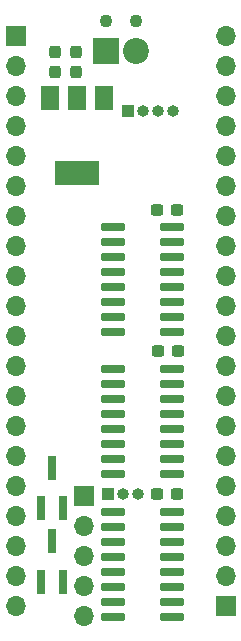
<source format=gbr>
%TF.GenerationSoftware,KiCad,Pcbnew,(6.0.0)*%
%TF.CreationDate,2023-01-28T16:33:02+01:00*%
%TF.ProjectId,MH106Enhanced,4d483130-3645-46e6-9861-6e6365642e6b,1*%
%TF.SameCoordinates,PX5255c88PY54c81a0*%
%TF.FileFunction,Soldermask,Bot*%
%TF.FilePolarity,Negative*%
%FSLAX46Y46*%
G04 Gerber Fmt 4.6, Leading zero omitted, Abs format (unit mm)*
G04 Created by KiCad (PCBNEW (6.0.0)) date 2023-01-28 16:33:02*
%MOMM*%
%LPD*%
G01*
G04 APERTURE LIST*
G04 Aperture macros list*
%AMRoundRect*
0 Rectangle with rounded corners*
0 $1 Rounding radius*
0 $2 $3 $4 $5 $6 $7 $8 $9 X,Y pos of 4 corners*
0 Add a 4 corners polygon primitive as box body*
4,1,4,$2,$3,$4,$5,$6,$7,$8,$9,$2,$3,0*
0 Add four circle primitives for the rounded corners*
1,1,$1+$1,$2,$3*
1,1,$1+$1,$4,$5*
1,1,$1+$1,$6,$7*
1,1,$1+$1,$8,$9*
0 Add four rect primitives between the rounded corners*
20,1,$1+$1,$2,$3,$4,$5,0*
20,1,$1+$1,$4,$5,$6,$7,0*
20,1,$1+$1,$6,$7,$8,$9,0*
20,1,$1+$1,$8,$9,$2,$3,0*%
G04 Aperture macros list end*
%ADD10R,1.700000X1.700000*%
%ADD11O,1.700000X1.700000*%
%ADD12C,1.100000*%
%ADD13C,2.200000*%
%ADD14R,2.200000X2.200000*%
%ADD15R,1.000000X1.000000*%
%ADD16O,1.000000X1.000000*%
%ADD17RoundRect,0.237500X0.300000X0.237500X-0.300000X0.237500X-0.300000X-0.237500X0.300000X-0.237500X0*%
%ADD18RoundRect,0.237500X0.237500X-0.300000X0.237500X0.300000X-0.237500X0.300000X-0.237500X-0.300000X0*%
%ADD19RoundRect,0.042000X0.943000X0.258000X-0.943000X0.258000X-0.943000X-0.258000X0.943000X-0.258000X0*%
%ADD20R,0.650000X2.000000*%
%ADD21R,1.500000X2.000000*%
%ADD22R,3.800000X2.000000*%
G04 APERTURE END LIST*
D10*
%TO.C,J6*%
X8305800Y11912600D03*
D11*
X8305800Y9372600D03*
X8305800Y6832600D03*
X8305800Y4292600D03*
X8305800Y1752600D03*
%TD*%
D12*
%TO.C,J3*%
X12725400Y52070000D03*
X10185400Y52070000D03*
D13*
X12725400Y49530000D03*
D14*
X10185400Y49530000D03*
%TD*%
D15*
%TO.C,J5*%
X10390400Y12065000D03*
D16*
X11660400Y12065000D03*
X12930400Y12065000D03*
%TD*%
D15*
%TO.C,J4*%
X12090400Y44450000D03*
D16*
X13360400Y44450000D03*
X14630400Y44450000D03*
X15900400Y44450000D03*
%TD*%
D17*
%TO.C,C9*%
X16254900Y12065000D03*
X14529900Y12065000D03*
%TD*%
D18*
%TO.C,C6*%
X5867400Y47778500D03*
X5867400Y49503500D03*
%TD*%
D19*
%TO.C,U4*%
X15784400Y34671000D03*
X15784400Y33401000D03*
X15784400Y32131000D03*
X15784400Y30861000D03*
X15784400Y29591000D03*
X15784400Y28321000D03*
X15784400Y27051000D03*
X15784400Y25781000D03*
X10834400Y25781000D03*
X10834400Y27051000D03*
X10834400Y28321000D03*
X10834400Y29591000D03*
X10834400Y30861000D03*
X10834400Y32131000D03*
X10834400Y33401000D03*
X10834400Y34671000D03*
%TD*%
D17*
%TO.C,C10*%
X16331100Y24130000D03*
X14606100Y24130000D03*
%TD*%
D10*
%TO.C,J2*%
X20345400Y2540000D03*
D11*
X20345400Y5080000D03*
X20345400Y7620000D03*
X20345400Y10160000D03*
X20345400Y12700000D03*
X20345400Y15240000D03*
X20345400Y17780000D03*
X20345400Y20320000D03*
X20345400Y22860000D03*
X20345400Y25400000D03*
X20345400Y27940000D03*
X20345400Y30480000D03*
X20345400Y33020000D03*
X20345400Y35560000D03*
X20345400Y38100000D03*
X20345400Y40640000D03*
X20345400Y43180000D03*
X20345400Y45720000D03*
X20345400Y48260000D03*
X20345400Y50800000D03*
%TD*%
D10*
%TO.C,J1*%
X2565400Y50800000D03*
D11*
X2565400Y48260000D03*
X2565400Y45720000D03*
X2565400Y43180000D03*
X2565400Y40640000D03*
X2565400Y38100000D03*
X2565400Y35560000D03*
X2565400Y33020000D03*
X2565400Y30480000D03*
X2565400Y27940000D03*
X2565400Y25400000D03*
X2565400Y22860000D03*
X2565400Y20320000D03*
X2565400Y17780000D03*
X2565400Y15240000D03*
X2565400Y12700000D03*
X2565400Y10160000D03*
X2565400Y7620000D03*
X2565400Y5080000D03*
X2565400Y2540000D03*
%TD*%
D17*
%TO.C,C11*%
X16254900Y36068000D03*
X14529900Y36068000D03*
%TD*%
D18*
%TO.C,C5*%
X7645400Y47778500D03*
X7645400Y49503500D03*
%TD*%
D20*
%TO.C,Q2*%
X6563400Y4640000D03*
X4663400Y4640000D03*
X5613400Y8060000D03*
%TD*%
%TO.C,Q1*%
X6563400Y10863000D03*
X4663400Y10863000D03*
X5613400Y14283000D03*
%TD*%
D19*
%TO.C,U3*%
X15784400Y22606000D03*
X15784400Y21336000D03*
X15784400Y20066000D03*
X15784400Y18796000D03*
X15784400Y17526000D03*
X15784400Y16256000D03*
X15784400Y14986000D03*
X15784400Y13716000D03*
X10834400Y13716000D03*
X10834400Y14986000D03*
X10834400Y16256000D03*
X10834400Y17526000D03*
X10834400Y18796000D03*
X10834400Y20066000D03*
X10834400Y21336000D03*
X10834400Y22606000D03*
%TD*%
%TO.C,U2*%
X15784400Y10541000D03*
X15784400Y9271000D03*
X15784400Y8001000D03*
X15784400Y6731000D03*
X15784400Y5461000D03*
X15784400Y4191000D03*
X15784400Y2921000D03*
X15784400Y1651000D03*
X10834400Y1651000D03*
X10834400Y2921000D03*
X10834400Y4191000D03*
X10834400Y5461000D03*
X10834400Y6731000D03*
X10834400Y8001000D03*
X10834400Y9271000D03*
X10834400Y10541000D03*
%TD*%
D21*
%TO.C,U5*%
X5472400Y45568000D03*
X7772400Y45568000D03*
D22*
X7772400Y39268000D03*
D21*
X10072400Y45568000D03*
%TD*%
M02*

</source>
